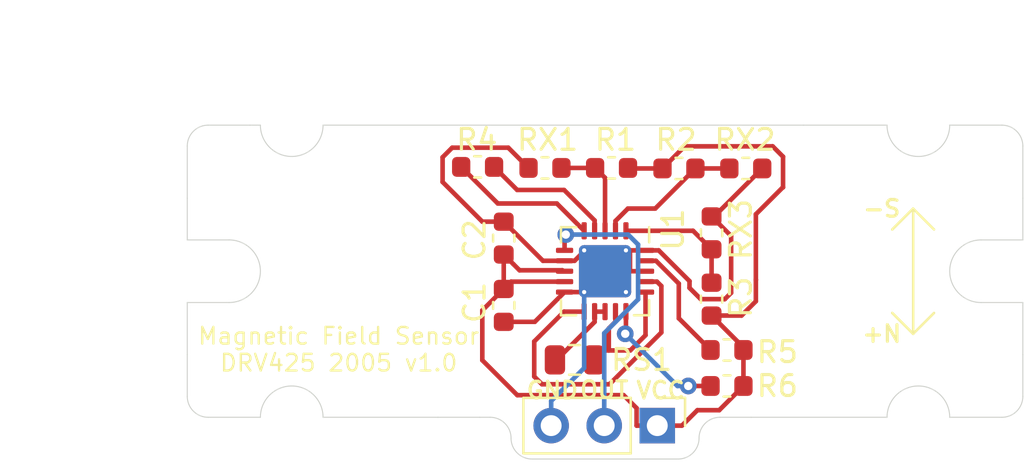
<source format=kicad_pcb>
(kicad_pcb (version 20171130) (host pcbnew "(5.1.2)-1")

  (general
    (thickness 1.6)
    (drawings 54)
    (tracks 138)
    (zones 0)
    (modules 16)
    (nets 14)
  )

  (page A4)
  (title_block
    (title "Hall Effect Sensor")
    (date 2020-03-07)
    (rev v1.0)
    (company Crescent)
  )

  (layers
    (0 F.Cu signal)
    (31 B.Cu signal)
    (32 B.Adhes user)
    (33 F.Adhes user)
    (34 B.Paste user)
    (35 F.Paste user)
    (36 B.SilkS user)
    (37 F.SilkS user)
    (38 B.Mask user)
    (39 F.Mask user)
    (40 Dwgs.User user)
    (41 Cmts.User user)
    (42 Eco1.User user)
    (43 Eco2.User user)
    (44 Edge.Cuts user)
    (45 Margin user)
    (46 B.CrtYd user)
    (47 F.CrtYd user)
    (48 B.Fab user)
    (49 F.Fab user hide)
  )

  (setup
    (last_trace_width 0.22)
    (trace_clearance 0.22)
    (zone_clearance 0.508)
    (zone_45_only no)
    (trace_min 0.2)
    (via_size 0.8)
    (via_drill 0.4)
    (via_min_size 0.4)
    (via_min_drill 0.3)
    (uvia_size 0.3)
    (uvia_drill 0.1)
    (uvias_allowed no)
    (uvia_min_size 0.2)
    (uvia_min_drill 0.1)
    (edge_width 0.05)
    (segment_width 0.2)
    (pcb_text_width 0.3)
    (pcb_text_size 1.5 1.5)
    (mod_edge_width 0.12)
    (mod_text_size 1 1)
    (mod_text_width 0.15)
    (pad_size 3.2 3.2)
    (pad_drill 3.2)
    (pad_to_mask_clearance 0.051)
    (solder_mask_min_width 0.25)
    (aux_axis_origin 0 0)
    (visible_elements 7FFFFF7F)
    (pcbplotparams
      (layerselection 0x010fc_ffffffff)
      (usegerberextensions true)
      (usegerberattributes false)
      (usegerberadvancedattributes false)
      (creategerberjobfile false)
      (excludeedgelayer true)
      (linewidth 0.100000)
      (plotframeref false)
      (viasonmask false)
      (mode 1)
      (useauxorigin false)
      (hpglpennumber 1)
      (hpglpenspeed 20)
      (hpglpendiameter 15.000000)
      (psnegative false)
      (psa4output false)
      (plotreference true)
      (plotvalue true)
      (plotinvisibletext false)
      (padsonsilk false)
      (subtractmaskfromsilk false)
      (outputformat 1)
      (mirror false)
      (drillshape 0)
      (scaleselection 1)
      (outputdirectory "GERBER/"))
  )

  (net 0 "")
  (net 1 GND)
  (net 2 VCC)
  (net 3 /VOUT)
  (net 4 /RSEL0)
  (net 5 /RSEL1)
  (net 6 /BSEL)
  (net 7 "Net-(R4-Pad2)")
  (net 8 "Net-(R4-Pad1)")
  (net 9 /ERR)
  (net 10 /OR)
  (net 11 "Net-(RS1-Pad2)")
  (net 12 "Net-(RS1-Pad1)")
  (net 13 "Net-(U1-Pad11)")

  (net_class Default "これはデフォルトのネット クラスです。"
    (clearance 0.22)
    (trace_width 0.22)
    (via_dia 0.8)
    (via_drill 0.4)
    (uvia_dia 0.3)
    (uvia_drill 0.1)
    (add_net /BSEL)
    (add_net /ERR)
    (add_net /OR)
    (add_net /RSEL0)
    (add_net /RSEL1)
    (add_net /VOUT)
    (add_net GND)
    (add_net "Net-(R4-Pad1)")
    (add_net "Net-(R4-Pad2)")
    (add_net "Net-(RS1-Pad1)")
    (add_net "Net-(RS1-Pad2)")
    (add_net "Net-(U1-Pad11)")
    (add_net VCC)
  )

  (module Package_DFN_QFN:QFN-20-1EP_4x4mm_P0.5mm_EP2.5x2.5mm_ThermalVias (layer F.Cu) (tedit 5C1FD453) (tstamp 5EC0F804)
    (at 182 82 270)
    (descr "QFN, 20 Pin (http://ww1.microchip.com/downloads/en/PackagingSpec/00000049BQ.pdf#page=274), generated with kicad-footprint-generator ipc_dfn_qfn_generator.py")
    (tags "QFN DFN_QFN")
    (path /5EC0938B)
    (attr smd)
    (fp_text reference U1 (at -2 -3.25 90) (layer F.SilkS)
      (effects (font (size 1 1) (thickness 0.15)))
    )
    (fp_text value DRV425 (at 0 3.3 90) (layer F.Fab)
      (effects (font (size 1 1) (thickness 0.15)))
    )
    (fp_text user %R (at 0 0 90) (layer F.Fab)
      (effects (font (size 1 1) (thickness 0.15)))
    )
    (fp_line (start 2.6 -2.6) (end -2.6 -2.6) (layer F.CrtYd) (width 0.05))
    (fp_line (start 2.6 2.6) (end 2.6 -2.6) (layer F.CrtYd) (width 0.05))
    (fp_line (start -2.6 2.6) (end 2.6 2.6) (layer F.CrtYd) (width 0.05))
    (fp_line (start -2.6 -2.6) (end -2.6 2.6) (layer F.CrtYd) (width 0.05))
    (fp_line (start -2 -1) (end -1 -2) (layer F.Fab) (width 0.1))
    (fp_line (start -2 2) (end -2 -1) (layer F.Fab) (width 0.1))
    (fp_line (start 2 2) (end -2 2) (layer F.Fab) (width 0.1))
    (fp_line (start 2 -2) (end 2 2) (layer F.Fab) (width 0.1))
    (fp_line (start -1 -2) (end 2 -2) (layer F.Fab) (width 0.1))
    (fp_line (start -1.385 -2.11) (end -2.11 -2.11) (layer F.SilkS) (width 0.12))
    (fp_line (start 2.11 2.11) (end 2.11 1.385) (layer F.SilkS) (width 0.12))
    (fp_line (start 1.385 2.11) (end 2.11 2.11) (layer F.SilkS) (width 0.12))
    (fp_line (start -2.11 2.11) (end -2.11 1.385) (layer F.SilkS) (width 0.12))
    (fp_line (start -1.385 2.11) (end -2.11 2.11) (layer F.SilkS) (width 0.12))
    (fp_line (start 2.11 -2.11) (end 2.11 -1.385) (layer F.SilkS) (width 0.12))
    (fp_line (start 1.385 -2.11) (end 2.11 -2.11) (layer F.SilkS) (width 0.12))
    (pad 20 smd roundrect (at -1 -1.9375 270) (size 0.25 0.825) (layers F.Cu F.Paste F.Mask) (roundrect_rratio 0.25)
      (net 1 GND))
    (pad 19 smd roundrect (at -0.5 -1.9375 270) (size 0.25 0.825) (layers F.Cu F.Paste F.Mask) (roundrect_rratio 0.25)
      (net 9 /ERR))
    (pad 18 smd roundrect (at 0 -1.9375 270) (size 0.25 0.825) (layers F.Cu F.Paste F.Mask) (roundrect_rratio 0.25)
      (net 1 GND))
    (pad 17 smd roundrect (at 0.5 -1.9375 270) (size 0.25 0.825) (layers F.Cu F.Paste F.Mask) (roundrect_rratio 0.25)
      (net 13 "Net-(U1-Pad11)"))
    (pad 16 smd roundrect (at 1 -1.9375 270) (size 0.25 0.825) (layers F.Cu F.Paste F.Mask) (roundrect_rratio 0.25)
      (net 12 "Net-(RS1-Pad1)"))
    (pad 15 smd roundrect (at 1.9375 -1 270) (size 0.825 0.25) (layers F.Cu F.Paste F.Mask) (roundrect_rratio 0.25)
      (net 10 /OR))
    (pad 14 smd roundrect (at 1.9375 -0.5 270) (size 0.825 0.25) (layers F.Cu F.Paste F.Mask) (roundrect_rratio 0.25)
      (net 12 "Net-(RS1-Pad1)"))
    (pad 13 smd roundrect (at 1.9375 0 270) (size 0.825 0.25) (layers F.Cu F.Paste F.Mask) (roundrect_rratio 0.25)
      (net 11 "Net-(RS1-Pad2)"))
    (pad 12 smd roundrect (at 1.9375 0.5 270) (size 0.825 0.25) (layers F.Cu F.Paste F.Mask) (roundrect_rratio 0.25)
      (net 11 "Net-(RS1-Pad2)"))
    (pad 11 smd roundrect (at 1.9375 1 270) (size 0.825 0.25) (layers F.Cu F.Paste F.Mask) (roundrect_rratio 0.25)
      (net 13 "Net-(U1-Pad11)"))
    (pad 10 smd roundrect (at 1 1.9375 270) (size 0.25 0.825) (layers F.Cu F.Paste F.Mask) (roundrect_rratio 0.25)
      (net 1 GND))
    (pad 9 smd roundrect (at 0.5 1.9375 270) (size 0.25 0.825) (layers F.Cu F.Paste F.Mask) (roundrect_rratio 0.25)
      (net 2 VCC))
    (pad 8 smd roundrect (at 0 1.9375 270) (size 0.25 0.825) (layers F.Cu F.Paste F.Mask) (roundrect_rratio 0.25)
      (net 2 VCC))
    (pad 7 smd roundrect (at -0.5 1.9375 270) (size 0.25 0.825) (layers F.Cu F.Paste F.Mask) (roundrect_rratio 0.25)
      (net 1 GND))
    (pad 6 smd roundrect (at -1 1.9375 270) (size 0.25 0.825) (layers F.Cu F.Paste F.Mask) (roundrect_rratio 0.25)
      (net 3 /VOUT))
    (pad 5 smd roundrect (at -1.9375 1 270) (size 0.825 0.25) (layers F.Cu F.Paste F.Mask) (roundrect_rratio 0.25)
      (net 7 "Net-(R4-Pad2)"))
    (pad 4 smd roundrect (at -1.9375 0.5 270) (size 0.825 0.25) (layers F.Cu F.Paste F.Mask) (roundrect_rratio 0.25)
      (net 8 "Net-(R4-Pad1)"))
    (pad 3 smd roundrect (at -1.9375 0 270) (size 0.825 0.25) (layers F.Cu F.Paste F.Mask) (roundrect_rratio 0.25)
      (net 4 /RSEL0))
    (pad 2 smd roundrect (at -1.9375 -0.5 270) (size 0.825 0.25) (layers F.Cu F.Paste F.Mask) (roundrect_rratio 0.25)
      (net 5 /RSEL1))
    (pad 1 smd roundrect (at -1.9375 -1 270) (size 0.825 0.25) (layers F.Cu F.Paste F.Mask) (roundrect_rratio 0.25)
      (net 6 /BSEL))
    (pad "" smd roundrect (at 0.625 0.625 270) (size 1.08 1.08) (layers F.Paste) (roundrect_rratio 0.231481))
    (pad "" smd roundrect (at 0.625 -0.625 270) (size 1.08 1.08) (layers F.Paste) (roundrect_rratio 0.231481))
    (pad "" smd roundrect (at -0.625 0.625 270) (size 1.08 1.08) (layers F.Paste) (roundrect_rratio 0.231481))
    (pad "" smd roundrect (at -0.625 -0.625 270) (size 1.08 1.08) (layers F.Paste) (roundrect_rratio 0.231481))
    (pad 21 smd roundrect (at 0 0 270) (size 2.5 2.5) (layers B.Cu) (roundrect_rratio 0.1)
      (net 1 GND))
    (pad 21 thru_hole circle (at 1 1 270) (size 0.5 0.5) (drill 0.2) (layers *.Cu)
      (net 1 GND))
    (pad 21 thru_hole circle (at -1 1 270) (size 0.5 0.5) (drill 0.2) (layers *.Cu)
      (net 1 GND))
    (pad 21 thru_hole circle (at 1 -1 270) (size 0.5 0.5) (drill 0.2) (layers *.Cu)
      (net 1 GND))
    (pad 21 thru_hole circle (at -1 -1 270) (size 0.5 0.5) (drill 0.2) (layers *.Cu)
      (net 1 GND))
    (pad 21 smd roundrect (at 0 0 270) (size 2.5 2.5) (layers F.Cu F.Mask) (roundrect_rratio 0.1)
      (net 1 GND))
    (model ${KISYS3DMOD}/Package_DFN_QFN.3dshapes/QFN-20-1EP_4x4mm_P0.5mm_EP2.5x2.5mm.wrl
      (at (xyz 0 0 0))
      (scale (xyz 1 1 1))
      (rotate (xyz 0 0 0))
    )
  )

  (module Resistor_SMD:R_0603_1608Metric (layer F.Cu) (tedit 5B301BBD) (tstamp 5EC0F7D6)
    (at 187.1 80.162 90)
    (descr "Resistor SMD 0603 (1608 Metric), square (rectangular) end terminal, IPC_7351 nominal, (Body size source: http://www.tortai-tech.com/upload/download/2011102023233369053.pdf), generated with kicad-footprint-generator")
    (tags resistor)
    (path /5EC20D78)
    (attr smd)
    (fp_text reference RX3 (at 0.162 1.4 90) (layer F.SilkS)
      (effects (font (size 1 1) (thickness 0.15)))
    )
    (fp_text value 0 (at 0 1.43 90) (layer F.Fab)
      (effects (font (size 1 1) (thickness 0.15)))
    )
    (fp_text user %R (at 0 0 90) (layer F.Fab)
      (effects (font (size 0.4 0.4) (thickness 0.06)))
    )
    (fp_line (start 1.48 0.73) (end -1.48 0.73) (layer F.CrtYd) (width 0.05))
    (fp_line (start 1.48 -0.73) (end 1.48 0.73) (layer F.CrtYd) (width 0.05))
    (fp_line (start -1.48 -0.73) (end 1.48 -0.73) (layer F.CrtYd) (width 0.05))
    (fp_line (start -1.48 0.73) (end -1.48 -0.73) (layer F.CrtYd) (width 0.05))
    (fp_line (start -0.162779 0.51) (end 0.162779 0.51) (layer F.SilkS) (width 0.12))
    (fp_line (start -0.162779 -0.51) (end 0.162779 -0.51) (layer F.SilkS) (width 0.12))
    (fp_line (start 0.8 0.4) (end -0.8 0.4) (layer F.Fab) (width 0.1))
    (fp_line (start 0.8 -0.4) (end 0.8 0.4) (layer F.Fab) (width 0.1))
    (fp_line (start -0.8 -0.4) (end 0.8 -0.4) (layer F.Fab) (width 0.1))
    (fp_line (start -0.8 0.4) (end -0.8 -0.4) (layer F.Fab) (width 0.1))
    (pad 2 smd roundrect (at 0.7875 0 90) (size 0.875 0.95) (layers F.Cu F.Paste F.Mask) (roundrect_rratio 0.25)
      (net 1 GND))
    (pad 1 smd roundrect (at -0.7875 0 90) (size 0.875 0.95) (layers F.Cu F.Paste F.Mask) (roundrect_rratio 0.25)
      (net 6 /BSEL))
    (model ${KISYS3DMOD}/Resistor_SMD.3dshapes/R_0603_1608Metric.wrl
      (at (xyz 0 0 0))
      (scale (xyz 1 1 1))
      (rotate (xyz 0 0 0))
    )
  )

  (module Resistor_SMD:R_0603_1608Metric (layer F.Cu) (tedit 5B301BBD) (tstamp 5EC0F7C5)
    (at 188.738 77.075)
    (descr "Resistor SMD 0603 (1608 Metric), square (rectangular) end terminal, IPC_7351 nominal, (Body size source: http://www.tortai-tech.com/upload/download/2011102023233369053.pdf), generated with kicad-footprint-generator")
    (tags resistor)
    (path /5EC0C132)
    (attr smd)
    (fp_text reference RX2 (at -0.0375 -1.375) (layer F.SilkS)
      (effects (font (size 1 1) (thickness 0.15)))
    )
    (fp_text value 0 (at 0 1.43) (layer F.Fab)
      (effects (font (size 1 1) (thickness 0.15)))
    )
    (fp_text user %R (at 0 0) (layer F.Fab)
      (effects (font (size 0.4 0.4) (thickness 0.06)))
    )
    (fp_line (start 1.48 0.73) (end -1.48 0.73) (layer F.CrtYd) (width 0.05))
    (fp_line (start 1.48 -0.73) (end 1.48 0.73) (layer F.CrtYd) (width 0.05))
    (fp_line (start -1.48 -0.73) (end 1.48 -0.73) (layer F.CrtYd) (width 0.05))
    (fp_line (start -1.48 0.73) (end -1.48 -0.73) (layer F.CrtYd) (width 0.05))
    (fp_line (start -0.162779 0.51) (end 0.162779 0.51) (layer F.SilkS) (width 0.12))
    (fp_line (start -0.162779 -0.51) (end 0.162779 -0.51) (layer F.SilkS) (width 0.12))
    (fp_line (start 0.8 0.4) (end -0.8 0.4) (layer F.Fab) (width 0.1))
    (fp_line (start 0.8 -0.4) (end 0.8 0.4) (layer F.Fab) (width 0.1))
    (fp_line (start -0.8 -0.4) (end 0.8 -0.4) (layer F.Fab) (width 0.1))
    (fp_line (start -0.8 0.4) (end -0.8 -0.4) (layer F.Fab) (width 0.1))
    (pad 2 smd roundrect (at 0.7875 0) (size 0.875 0.95) (layers F.Cu F.Paste F.Mask) (roundrect_rratio 0.25)
      (net 1 GND))
    (pad 1 smd roundrect (at -0.7875 0) (size 0.875 0.95) (layers F.Cu F.Paste F.Mask) (roundrect_rratio 0.25)
      (net 5 /RSEL1))
    (model ${KISYS3DMOD}/Resistor_SMD.3dshapes/R_0603_1608Metric.wrl
      (at (xyz 0 0 0))
      (scale (xyz 1 1 1))
      (rotate (xyz 0 0 0))
    )
  )

  (module Resistor_SMD:R_0603_1608Metric (layer F.Cu) (tedit 5B301BBD) (tstamp 5EC0F7B4)
    (at 179.125 77.05 180)
    (descr "Resistor SMD 0603 (1608 Metric), square (rectangular) end terminal, IPC_7351 nominal, (Body size source: http://www.tortai-tech.com/upload/download/2011102023233369053.pdf), generated with kicad-footprint-generator")
    (tags resistor)
    (path /5EC0C12C)
    (attr smd)
    (fp_text reference RX1 (at -0.125 1.35) (layer F.SilkS)
      (effects (font (size 1 1) (thickness 0.15)))
    )
    (fp_text value 0 (at 0 1.43) (layer F.Fab)
      (effects (font (size 1 1) (thickness 0.15)))
    )
    (fp_text user %R (at 0 0) (layer F.Fab)
      (effects (font (size 0.4 0.4) (thickness 0.06)))
    )
    (fp_line (start 1.48 0.73) (end -1.48 0.73) (layer F.CrtYd) (width 0.05))
    (fp_line (start 1.48 -0.73) (end 1.48 0.73) (layer F.CrtYd) (width 0.05))
    (fp_line (start -1.48 -0.73) (end 1.48 -0.73) (layer F.CrtYd) (width 0.05))
    (fp_line (start -1.48 0.73) (end -1.48 -0.73) (layer F.CrtYd) (width 0.05))
    (fp_line (start -0.162779 0.51) (end 0.162779 0.51) (layer F.SilkS) (width 0.12))
    (fp_line (start -0.162779 -0.51) (end 0.162779 -0.51) (layer F.SilkS) (width 0.12))
    (fp_line (start 0.8 0.4) (end -0.8 0.4) (layer F.Fab) (width 0.1))
    (fp_line (start 0.8 -0.4) (end 0.8 0.4) (layer F.Fab) (width 0.1))
    (fp_line (start -0.8 -0.4) (end 0.8 -0.4) (layer F.Fab) (width 0.1))
    (fp_line (start -0.8 0.4) (end -0.8 -0.4) (layer F.Fab) (width 0.1))
    (pad 2 smd roundrect (at 0.7875 0 180) (size 0.875 0.95) (layers F.Cu F.Paste F.Mask) (roundrect_rratio 0.25)
      (net 1 GND))
    (pad 1 smd roundrect (at -0.7875 0 180) (size 0.875 0.95) (layers F.Cu F.Paste F.Mask) (roundrect_rratio 0.25)
      (net 4 /RSEL0))
    (model ${KISYS3DMOD}/Resistor_SMD.3dshapes/R_0603_1608Metric.wrl
      (at (xyz 0 0 0))
      (scale (xyz 1 1 1))
      (rotate (xyz 0 0 0))
    )
  )

  (module Resistor_SMD:R_0805_2012Metric (layer F.Cu) (tedit 5B36C52B) (tstamp 5EC0F7A3)
    (at 180.538 86.25 180)
    (descr "Resistor SMD 0805 (2012 Metric), square (rectangular) end terminal, IPC_7351 nominal, (Body size source: https://docs.google.com/spreadsheets/d/1BsfQQcO9C6DZCsRaXUlFlo91Tg2WpOkGARC1WS5S8t0/edit?usp=sharing), generated with kicad-footprint-generator")
    (tags resistor)
    (path /5EC3F321)
    (attr smd)
    (fp_text reference RS1 (at -3.2125 0) (layer F.SilkS)
      (effects (font (size 1 1) (thickness 0.15)))
    )
    (fp_text value 32 (at 0 1.65) (layer F.Fab)
      (effects (font (size 1 1) (thickness 0.15)))
    )
    (fp_text user %R (at 0 0) (layer F.Fab)
      (effects (font (size 0.5 0.5) (thickness 0.08)))
    )
    (fp_line (start 1.68 0.95) (end -1.68 0.95) (layer F.CrtYd) (width 0.05))
    (fp_line (start 1.68 -0.95) (end 1.68 0.95) (layer F.CrtYd) (width 0.05))
    (fp_line (start -1.68 -0.95) (end 1.68 -0.95) (layer F.CrtYd) (width 0.05))
    (fp_line (start -1.68 0.95) (end -1.68 -0.95) (layer F.CrtYd) (width 0.05))
    (fp_line (start -0.258578 0.71) (end 0.258578 0.71) (layer F.SilkS) (width 0.12))
    (fp_line (start -0.258578 -0.71) (end 0.258578 -0.71) (layer F.SilkS) (width 0.12))
    (fp_line (start 1 0.6) (end -1 0.6) (layer F.Fab) (width 0.1))
    (fp_line (start 1 -0.6) (end 1 0.6) (layer F.Fab) (width 0.1))
    (fp_line (start -1 -0.6) (end 1 -0.6) (layer F.Fab) (width 0.1))
    (fp_line (start -1 0.6) (end -1 -0.6) (layer F.Fab) (width 0.1))
    (pad 2 smd roundrect (at 0.9375 0 180) (size 0.975 1.4) (layers F.Cu F.Paste F.Mask) (roundrect_rratio 0.25)
      (net 11 "Net-(RS1-Pad2)"))
    (pad 1 smd roundrect (at -0.9375 0 180) (size 0.975 1.4) (layers F.Cu F.Paste F.Mask) (roundrect_rratio 0.25)
      (net 12 "Net-(RS1-Pad1)"))
    (model ${KISYS3DMOD}/Resistor_SMD.3dshapes/R_0805_2012Metric.wrl
      (at (xyz 0 0 0))
      (scale (xyz 1 1 1))
      (rotate (xyz 0 0 0))
    )
  )

  (module Resistor_SMD:R_0603_1608Metric (layer F.Cu) (tedit 5B301BBD) (tstamp 5EC0F792)
    (at 187.838 87.5 180)
    (descr "Resistor SMD 0603 (1608 Metric), square (rectangular) end terminal, IPC_7351 nominal, (Body size source: http://www.tortai-tech.com/upload/download/2011102023233369053.pdf), generated with kicad-footprint-generator")
    (tags resistor)
    (path /5EC4DDD6)
    (attr smd)
    (fp_text reference R6 (at -2.4125 0) (layer F.SilkS)
      (effects (font (size 1 1) (thickness 0.15)))
    )
    (fp_text value 10k (at 0 1.43) (layer F.Fab)
      (effects (font (size 1 1) (thickness 0.15)))
    )
    (fp_text user %R (at 0 0) (layer F.Fab)
      (effects (font (size 0.4 0.4) (thickness 0.06)))
    )
    (fp_line (start 1.48 0.73) (end -1.48 0.73) (layer F.CrtYd) (width 0.05))
    (fp_line (start 1.48 -0.73) (end 1.48 0.73) (layer F.CrtYd) (width 0.05))
    (fp_line (start -1.48 -0.73) (end 1.48 -0.73) (layer F.CrtYd) (width 0.05))
    (fp_line (start -1.48 0.73) (end -1.48 -0.73) (layer F.CrtYd) (width 0.05))
    (fp_line (start -0.162779 0.51) (end 0.162779 0.51) (layer F.SilkS) (width 0.12))
    (fp_line (start -0.162779 -0.51) (end 0.162779 -0.51) (layer F.SilkS) (width 0.12))
    (fp_line (start 0.8 0.4) (end -0.8 0.4) (layer F.Fab) (width 0.1))
    (fp_line (start 0.8 -0.4) (end 0.8 0.4) (layer F.Fab) (width 0.1))
    (fp_line (start -0.8 -0.4) (end 0.8 -0.4) (layer F.Fab) (width 0.1))
    (fp_line (start -0.8 0.4) (end -0.8 -0.4) (layer F.Fab) (width 0.1))
    (pad 2 smd roundrect (at 0.7875 0 180) (size 0.875 0.95) (layers F.Cu F.Paste F.Mask) (roundrect_rratio 0.25)
      (net 10 /OR))
    (pad 1 smd roundrect (at -0.7875 0 180) (size 0.875 0.95) (layers F.Cu F.Paste F.Mask) (roundrect_rratio 0.25)
      (net 2 VCC))
    (model ${KISYS3DMOD}/Resistor_SMD.3dshapes/R_0603_1608Metric.wrl
      (at (xyz 0 0 0))
      (scale (xyz 1 1 1))
      (rotate (xyz 0 0 0))
    )
  )

  (module Resistor_SMD:R_0603_1608Metric (layer F.Cu) (tedit 5B301BBD) (tstamp 5EC0F781)
    (at 187.838 85.775 180)
    (descr "Resistor SMD 0603 (1608 Metric), square (rectangular) end terminal, IPC_7351 nominal, (Body size source: http://www.tortai-tech.com/upload/download/2011102023233369053.pdf), generated with kicad-footprint-generator")
    (tags resistor)
    (path /5EC4DDD0)
    (attr smd)
    (fp_text reference R5 (at -2.4125 -0.1) (layer F.SilkS)
      (effects (font (size 1 1) (thickness 0.15)))
    )
    (fp_text value 10k (at 0 1.43) (layer F.Fab)
      (effects (font (size 1 1) (thickness 0.15)))
    )
    (fp_text user %R (at 0 0) (layer F.Fab)
      (effects (font (size 0.4 0.4) (thickness 0.06)))
    )
    (fp_line (start 1.48 0.73) (end -1.48 0.73) (layer F.CrtYd) (width 0.05))
    (fp_line (start 1.48 -0.73) (end 1.48 0.73) (layer F.CrtYd) (width 0.05))
    (fp_line (start -1.48 -0.73) (end 1.48 -0.73) (layer F.CrtYd) (width 0.05))
    (fp_line (start -1.48 0.73) (end -1.48 -0.73) (layer F.CrtYd) (width 0.05))
    (fp_line (start -0.162779 0.51) (end 0.162779 0.51) (layer F.SilkS) (width 0.12))
    (fp_line (start -0.162779 -0.51) (end 0.162779 -0.51) (layer F.SilkS) (width 0.12))
    (fp_line (start 0.8 0.4) (end -0.8 0.4) (layer F.Fab) (width 0.1))
    (fp_line (start 0.8 -0.4) (end 0.8 0.4) (layer F.Fab) (width 0.1))
    (fp_line (start -0.8 -0.4) (end 0.8 -0.4) (layer F.Fab) (width 0.1))
    (fp_line (start -0.8 0.4) (end -0.8 -0.4) (layer F.Fab) (width 0.1))
    (pad 2 smd roundrect (at 0.7875 0 180) (size 0.875 0.95) (layers F.Cu F.Paste F.Mask) (roundrect_rratio 0.25)
      (net 9 /ERR))
    (pad 1 smd roundrect (at -0.7875 0 180) (size 0.875 0.95) (layers F.Cu F.Paste F.Mask) (roundrect_rratio 0.25)
      (net 2 VCC))
    (model ${KISYS3DMOD}/Resistor_SMD.3dshapes/R_0603_1608Metric.wrl
      (at (xyz 0 0 0))
      (scale (xyz 1 1 1))
      (rotate (xyz 0 0 0))
    )
  )

  (module Resistor_SMD:R_0603_1608Metric (layer F.Cu) (tedit 5B301BBD) (tstamp 5EC0F770)
    (at 175.9 77 180)
    (descr "Resistor SMD 0603 (1608 Metric), square (rectangular) end terminal, IPC_7351 nominal, (Body size source: http://www.tortai-tech.com/upload/download/2011102023233369053.pdf), generated with kicad-footprint-generator")
    (tags resistor)
    (path /5EC2216B)
    (attr smd)
    (fp_text reference R4 (at 0.0375 1.3) (layer F.SilkS)
      (effects (font (size 1 1) (thickness 0.15)))
    )
    (fp_text value 0 (at 0 1.43) (layer F.Fab)
      (effects (font (size 1 1) (thickness 0.15)))
    )
    (fp_text user %R (at 0 0) (layer F.Fab)
      (effects (font (size 0.4 0.4) (thickness 0.06)))
    )
    (fp_line (start 1.48 0.73) (end -1.48 0.73) (layer F.CrtYd) (width 0.05))
    (fp_line (start 1.48 -0.73) (end 1.48 0.73) (layer F.CrtYd) (width 0.05))
    (fp_line (start -1.48 -0.73) (end 1.48 -0.73) (layer F.CrtYd) (width 0.05))
    (fp_line (start -1.48 0.73) (end -1.48 -0.73) (layer F.CrtYd) (width 0.05))
    (fp_line (start -0.162779 0.51) (end 0.162779 0.51) (layer F.SilkS) (width 0.12))
    (fp_line (start -0.162779 -0.51) (end 0.162779 -0.51) (layer F.SilkS) (width 0.12))
    (fp_line (start 0.8 0.4) (end -0.8 0.4) (layer F.Fab) (width 0.1))
    (fp_line (start 0.8 -0.4) (end 0.8 0.4) (layer F.Fab) (width 0.1))
    (fp_line (start -0.8 -0.4) (end 0.8 -0.4) (layer F.Fab) (width 0.1))
    (fp_line (start -0.8 0.4) (end -0.8 -0.4) (layer F.Fab) (width 0.1))
    (pad 2 smd roundrect (at 0.7875 0 180) (size 0.875 0.95) (layers F.Cu F.Paste F.Mask) (roundrect_rratio 0.25)
      (net 7 "Net-(R4-Pad2)"))
    (pad 1 smd roundrect (at -0.7875 0 180) (size 0.875 0.95) (layers F.Cu F.Paste F.Mask) (roundrect_rratio 0.25)
      (net 8 "Net-(R4-Pad1)"))
    (model ${KISYS3DMOD}/Resistor_SMD.3dshapes/R_0603_1608Metric.wrl
      (at (xyz 0 0 0))
      (scale (xyz 1 1 1))
      (rotate (xyz 0 0 0))
    )
  )

  (module Resistor_SMD:R_0603_1608Metric (layer F.Cu) (tedit 5B301BBD) (tstamp 5EC0F75F)
    (at 187.1 83.338 90)
    (descr "Resistor SMD 0603 (1608 Metric), square (rectangular) end terminal, IPC_7351 nominal, (Body size source: http://www.tortai-tech.com/upload/download/2011102023233369053.pdf), generated with kicad-footprint-generator")
    (tags resistor)
    (path /5EC20D72)
    (attr smd)
    (fp_text reference R3 (at 0.088 1.4 270) (layer F.SilkS)
      (effects (font (size 1 1) (thickness 0.15)))
    )
    (fp_text value 0 (at 0 1.43 90) (layer F.Fab)
      (effects (font (size 1 1) (thickness 0.15)))
    )
    (fp_text user %R (at 0 0 90) (layer F.Fab)
      (effects (font (size 0.4 0.4) (thickness 0.06)))
    )
    (fp_line (start 1.48 0.73) (end -1.48 0.73) (layer F.CrtYd) (width 0.05))
    (fp_line (start 1.48 -0.73) (end 1.48 0.73) (layer F.CrtYd) (width 0.05))
    (fp_line (start -1.48 -0.73) (end 1.48 -0.73) (layer F.CrtYd) (width 0.05))
    (fp_line (start -1.48 0.73) (end -1.48 -0.73) (layer F.CrtYd) (width 0.05))
    (fp_line (start -0.162779 0.51) (end 0.162779 0.51) (layer F.SilkS) (width 0.12))
    (fp_line (start -0.162779 -0.51) (end 0.162779 -0.51) (layer F.SilkS) (width 0.12))
    (fp_line (start 0.8 0.4) (end -0.8 0.4) (layer F.Fab) (width 0.1))
    (fp_line (start 0.8 -0.4) (end 0.8 0.4) (layer F.Fab) (width 0.1))
    (fp_line (start -0.8 -0.4) (end 0.8 -0.4) (layer F.Fab) (width 0.1))
    (fp_line (start -0.8 0.4) (end -0.8 -0.4) (layer F.Fab) (width 0.1))
    (pad 2 smd roundrect (at 0.7875 0 90) (size 0.875 0.95) (layers F.Cu F.Paste F.Mask) (roundrect_rratio 0.25)
      (net 6 /BSEL))
    (pad 1 smd roundrect (at -0.7875 0 90) (size 0.875 0.95) (layers F.Cu F.Paste F.Mask) (roundrect_rratio 0.25)
      (net 2 VCC))
    (model ${KISYS3DMOD}/Resistor_SMD.3dshapes/R_0603_1608Metric.wrl
      (at (xyz 0 0 0))
      (scale (xyz 1 1 1))
      (rotate (xyz 0 0 0))
    )
  )

  (module Resistor_SMD:R_0603_1608Metric (layer F.Cu) (tedit 5B301BBD) (tstamp 5EC10C38)
    (at 185.538 77.075)
    (descr "Resistor SMD 0603 (1608 Metric), square (rectangular) end terminal, IPC_7351 nominal, (Body size source: http://www.tortai-tech.com/upload/download/2011102023233369053.pdf), generated with kicad-footprint-generator")
    (tags resistor)
    (path /5EC0B65D)
    (attr smd)
    (fp_text reference R2 (at -0.1375 -1.375) (layer F.SilkS)
      (effects (font (size 1 1) (thickness 0.15)))
    )
    (fp_text value 0 (at 0 1.43) (layer F.Fab)
      (effects (font (size 1 1) (thickness 0.15)))
    )
    (fp_text user %R (at 0 0) (layer F.Fab)
      (effects (font (size 0.4 0.4) (thickness 0.06)))
    )
    (fp_line (start 1.48 0.73) (end -1.48 0.73) (layer F.CrtYd) (width 0.05))
    (fp_line (start 1.48 -0.73) (end 1.48 0.73) (layer F.CrtYd) (width 0.05))
    (fp_line (start -1.48 -0.73) (end 1.48 -0.73) (layer F.CrtYd) (width 0.05))
    (fp_line (start -1.48 0.73) (end -1.48 -0.73) (layer F.CrtYd) (width 0.05))
    (fp_line (start -0.162779 0.51) (end 0.162779 0.51) (layer F.SilkS) (width 0.12))
    (fp_line (start -0.162779 -0.51) (end 0.162779 -0.51) (layer F.SilkS) (width 0.12))
    (fp_line (start 0.8 0.4) (end -0.8 0.4) (layer F.Fab) (width 0.1))
    (fp_line (start 0.8 -0.4) (end 0.8 0.4) (layer F.Fab) (width 0.1))
    (fp_line (start -0.8 -0.4) (end 0.8 -0.4) (layer F.Fab) (width 0.1))
    (fp_line (start -0.8 0.4) (end -0.8 -0.4) (layer F.Fab) (width 0.1))
    (pad 2 smd roundrect (at 0.7875 0) (size 0.875 0.95) (layers F.Cu F.Paste F.Mask) (roundrect_rratio 0.25)
      (net 5 /RSEL1))
    (pad 1 smd roundrect (at -0.7875 0) (size 0.875 0.95) (layers F.Cu F.Paste F.Mask) (roundrect_rratio 0.25)
      (net 2 VCC))
    (model ${KISYS3DMOD}/Resistor_SMD.3dshapes/R_0603_1608Metric.wrl
      (at (xyz 0 0 0))
      (scale (xyz 1 1 1))
      (rotate (xyz 0 0 0))
    )
  )

  (module Resistor_SMD:R_0603_1608Metric (layer F.Cu) (tedit 5B301BBD) (tstamp 5EC0C9D6)
    (at 182.312 77.05 180)
    (descr "Resistor SMD 0603 (1608 Metric), square (rectangular) end terminal, IPC_7351 nominal, (Body size source: http://www.tortai-tech.com/upload/download/2011102023233369053.pdf), generated with kicad-footprint-generator")
    (tags resistor)
    (path /5EC0A16D)
    (attr smd)
    (fp_text reference R1 (at -0.1875 1.35) (layer F.SilkS)
      (effects (font (size 1 1) (thickness 0.15)))
    )
    (fp_text value 0 (at 0 1.43) (layer F.Fab)
      (effects (font (size 1 1) (thickness 0.15)))
    )
    (fp_text user %R (at 0 0) (layer F.Fab)
      (effects (font (size 0.4 0.4) (thickness 0.06)))
    )
    (fp_line (start 1.48 0.73) (end -1.48 0.73) (layer F.CrtYd) (width 0.05))
    (fp_line (start 1.48 -0.73) (end 1.48 0.73) (layer F.CrtYd) (width 0.05))
    (fp_line (start -1.48 -0.73) (end 1.48 -0.73) (layer F.CrtYd) (width 0.05))
    (fp_line (start -1.48 0.73) (end -1.48 -0.73) (layer F.CrtYd) (width 0.05))
    (fp_line (start -0.162779 0.51) (end 0.162779 0.51) (layer F.SilkS) (width 0.12))
    (fp_line (start -0.162779 -0.51) (end 0.162779 -0.51) (layer F.SilkS) (width 0.12))
    (fp_line (start 0.8 0.4) (end -0.8 0.4) (layer F.Fab) (width 0.1))
    (fp_line (start 0.8 -0.4) (end 0.8 0.4) (layer F.Fab) (width 0.1))
    (fp_line (start -0.8 -0.4) (end 0.8 -0.4) (layer F.Fab) (width 0.1))
    (fp_line (start -0.8 0.4) (end -0.8 -0.4) (layer F.Fab) (width 0.1))
    (pad 2 smd roundrect (at 0.7875 0 180) (size 0.875 0.95) (layers F.Cu F.Paste F.Mask) (roundrect_rratio 0.25)
      (net 4 /RSEL0))
    (pad 1 smd roundrect (at -0.7875 0 180) (size 0.875 0.95) (layers F.Cu F.Paste F.Mask) (roundrect_rratio 0.25)
      (net 2 VCC))
    (model ${KISYS3DMOD}/Resistor_SMD.3dshapes/R_0603_1608Metric.wrl
      (at (xyz 0 0 0))
      (scale (xyz 1 1 1))
      (rotate (xyz 0 0 0))
    )
  )

  (module Capacitor_SMD:C_0603_1608Metric (layer F.Cu) (tedit 5B301BBE) (tstamp 5EC0F6E4)
    (at 177.15 80.412 90)
    (descr "Capacitor SMD 0603 (1608 Metric), square (rectangular) end terminal, IPC_7351 nominal, (Body size source: http://www.tortai-tech.com/upload/download/2011102023233369053.pdf), generated with kicad-footprint-generator")
    (tags capacitor)
    (path /5EC2B2F6)
    (attr smd)
    (fp_text reference C2 (at -0.088 -1.4 90) (layer F.SilkS)
      (effects (font (size 1 1) (thickness 0.15)))
    )
    (fp_text value 0.1u (at 0 1.43 90) (layer F.Fab)
      (effects (font (size 1 1) (thickness 0.15)))
    )
    (fp_text user %R (at 0 0 90) (layer F.Fab)
      (effects (font (size 0.4 0.4) (thickness 0.06)))
    )
    (fp_line (start 1.48 0.73) (end -1.48 0.73) (layer F.CrtYd) (width 0.05))
    (fp_line (start 1.48 -0.73) (end 1.48 0.73) (layer F.CrtYd) (width 0.05))
    (fp_line (start -1.48 -0.73) (end 1.48 -0.73) (layer F.CrtYd) (width 0.05))
    (fp_line (start -1.48 0.73) (end -1.48 -0.73) (layer F.CrtYd) (width 0.05))
    (fp_line (start -0.162779 0.51) (end 0.162779 0.51) (layer F.SilkS) (width 0.12))
    (fp_line (start -0.162779 -0.51) (end 0.162779 -0.51) (layer F.SilkS) (width 0.12))
    (fp_line (start 0.8 0.4) (end -0.8 0.4) (layer F.Fab) (width 0.1))
    (fp_line (start 0.8 -0.4) (end 0.8 0.4) (layer F.Fab) (width 0.1))
    (fp_line (start -0.8 -0.4) (end 0.8 -0.4) (layer F.Fab) (width 0.1))
    (fp_line (start -0.8 0.4) (end -0.8 -0.4) (layer F.Fab) (width 0.1))
    (pad 2 smd roundrect (at 0.7875 0 90) (size 0.875 0.95) (layers F.Cu F.Paste F.Mask) (roundrect_rratio 0.25)
      (net 1 GND))
    (pad 1 smd roundrect (at -0.7875 0 90) (size 0.875 0.95) (layers F.Cu F.Paste F.Mask) (roundrect_rratio 0.25)
      (net 2 VCC))
    (model ${KISYS3DMOD}/Capacitor_SMD.3dshapes/C_0603_1608Metric.wrl
      (at (xyz 0 0 0))
      (scale (xyz 1 1 1))
      (rotate (xyz 0 0 0))
    )
  )

  (module Capacitor_SMD:C_0603_1608Metric (layer F.Cu) (tedit 5B301BBE) (tstamp 5EC0F6D3)
    (at 177.15 83.638 270)
    (descr "Capacitor SMD 0603 (1608 Metric), square (rectangular) end terminal, IPC_7351 nominal, (Body size source: http://www.tortai-tech.com/upload/download/2011102023233369053.pdf), generated with kicad-footprint-generator")
    (tags capacitor)
    (path /5EC29D52)
    (attr smd)
    (fp_text reference C1 (at -0.138 1.4 90) (layer F.SilkS)
      (effects (font (size 1 1) (thickness 0.15)))
    )
    (fp_text value 0.1u (at 0 1.43 90) (layer F.Fab)
      (effects (font (size 1 1) (thickness 0.15)))
    )
    (fp_text user %R (at 0 0 90) (layer F.Fab)
      (effects (font (size 0.4 0.4) (thickness 0.06)))
    )
    (fp_line (start 1.48 0.73) (end -1.48 0.73) (layer F.CrtYd) (width 0.05))
    (fp_line (start 1.48 -0.73) (end 1.48 0.73) (layer F.CrtYd) (width 0.05))
    (fp_line (start -1.48 -0.73) (end 1.48 -0.73) (layer F.CrtYd) (width 0.05))
    (fp_line (start -1.48 0.73) (end -1.48 -0.73) (layer F.CrtYd) (width 0.05))
    (fp_line (start -0.162779 0.51) (end 0.162779 0.51) (layer F.SilkS) (width 0.12))
    (fp_line (start -0.162779 -0.51) (end 0.162779 -0.51) (layer F.SilkS) (width 0.12))
    (fp_line (start 0.8 0.4) (end -0.8 0.4) (layer F.Fab) (width 0.1))
    (fp_line (start 0.8 -0.4) (end 0.8 0.4) (layer F.Fab) (width 0.1))
    (fp_line (start -0.8 -0.4) (end 0.8 -0.4) (layer F.Fab) (width 0.1))
    (fp_line (start -0.8 0.4) (end -0.8 -0.4) (layer F.Fab) (width 0.1))
    (pad 2 smd roundrect (at 0.7875 0 270) (size 0.875 0.95) (layers F.Cu F.Paste F.Mask) (roundrect_rratio 0.25)
      (net 1 GND))
    (pad 1 smd roundrect (at -0.7875 0 270) (size 0.875 0.95) (layers F.Cu F.Paste F.Mask) (roundrect_rratio 0.25)
      (net 2 VCC))
    (model ${KISYS3DMOD}/Capacitor_SMD.3dshapes/C_0603_1608Metric.wrl
      (at (xyz 0 0 0))
      (scale (xyz 1 1 1))
      (rotate (xyz 0 0 0))
    )
  )

  (module Connector_PinHeader_2.54mm:PinHeader_1x03_P2.54mm_Vertical (layer F.Cu) (tedit 59FED5CC) (tstamp 5EC112EA)
    (at 184.5 89.4 270)
    (descr "Through hole straight pin header, 1x03, 2.54mm pitch, single row")
    (tags "Through hole pin header THT 1x03 2.54mm single row")
    (path /5E569DF3)
    (fp_text reference J1 (at 1 -3.5 90) (layer F.SilkS) hide
      (effects (font (size 1 1) (thickness 0.15)))
    )
    (fp_text value Conn_01x03 (at 0 7.41 90) (layer F.Fab)
      (effects (font (size 1 1) (thickness 0.15)))
    )
    (fp_text user %R (at 0 2.54) (layer F.Fab)
      (effects (font (size 1 1) (thickness 0.15)))
    )
    (fp_line (start 1.8 -1.8) (end -1.8 -1.8) (layer F.CrtYd) (width 0.05))
    (fp_line (start 1.8 6.85) (end 1.8 -1.8) (layer F.CrtYd) (width 0.05))
    (fp_line (start -1.8 6.85) (end 1.8 6.85) (layer F.CrtYd) (width 0.05))
    (fp_line (start -1.8 -1.8) (end -1.8 6.85) (layer F.CrtYd) (width 0.05))
    (fp_line (start -1.33 -1.33) (end 0 -1.33) (layer F.SilkS) (width 0.12))
    (fp_line (start -1.33 0) (end -1.33 -1.33) (layer F.SilkS) (width 0.12))
    (fp_line (start -1.33 1.27) (end 1.33 1.27) (layer F.SilkS) (width 0.12))
    (fp_line (start 1.33 1.27) (end 1.33 6.41) (layer F.SilkS) (width 0.12))
    (fp_line (start -1.33 1.27) (end -1.33 6.41) (layer F.SilkS) (width 0.12))
    (fp_line (start -1.33 6.41) (end 1.33 6.41) (layer F.SilkS) (width 0.12))
    (fp_line (start -1.27 -0.635) (end -0.635 -1.27) (layer F.Fab) (width 0.1))
    (fp_line (start -1.27 6.35) (end -1.27 -0.635) (layer F.Fab) (width 0.1))
    (fp_line (start 1.27 6.35) (end -1.27 6.35) (layer F.Fab) (width 0.1))
    (fp_line (start 1.27 -1.27) (end 1.27 6.35) (layer F.Fab) (width 0.1))
    (fp_line (start -0.635 -1.27) (end 1.27 -1.27) (layer F.Fab) (width 0.1))
    (pad 3 thru_hole oval (at 0 5.08 270) (size 1.7 1.7) (drill 1) (layers *.Cu *.Mask)
      (net 1 GND))
    (pad 2 thru_hole oval (at 0 2.54 270) (size 1.7 1.7) (drill 1) (layers *.Cu *.Mask)
      (net 3 /VOUT))
    (pad 1 thru_hole rect (at 0 0 270) (size 1.7 1.7) (drill 1) (layers *.Cu *.Mask)
      (net 2 VCC))
    (model ${KISYS3DMOD}/Connector_PinHeader_2.54mm.3dshapes/PinHeader_1x03_P2.54mm_Vertical.wrl
      (at (xyz 0 0 0))
      (scale (xyz 1 1 1))
      (rotate (xyz 0 0 0))
    )
  )

  (module MountingHole:MountingHole_3.2mm_M3 (layer F.Cu) (tedit 5E57BABD) (tstamp 5E56DA1B)
    (at 171 82)
    (descr "Mounting Hole 3.2mm, no annular, M3")
    (tags "mounting hole 3.2mm no annular m3")
    (path /5E5780F5)
    (attr virtual)
    (fp_text reference H1 (at 0 -5.8) (layer F.SilkS) hide
      (effects (font (size 1 1) (thickness 0.15)))
    )
    (fp_text value MountingHole (at 0 4.2) (layer F.Fab)
      (effects (font (size 1 1) (thickness 0.15)))
    )
    (fp_text user %R (at 0.3 0) (layer F.Fab)
      (effects (font (size 1 1) (thickness 0.15)))
    )
    (fp_circle (center 0 0) (end 3.2 0) (layer Cmts.User) (width 0.15))
    (fp_circle (center 0 0) (end 3.45 0) (layer F.CrtYd) (width 0.05))
    (pad "" np_thru_hole circle (at 0 0) (size 3.2 3.2) (drill 3.2) (layers *.Cu))
  )

  (module MountingHole:MountingHole_3.2mm_M3 (layer F.Cu) (tedit 5E57BAB9) (tstamp 5E56DA23)
    (at 193 82)
    (descr "Mounting Hole 3.2mm, no annular, M3")
    (tags "mounting hole 3.2mm no annular m3")
    (path /5E5784A4)
    (attr virtual)
    (fp_text reference H2 (at 0 -5.9) (layer F.SilkS) hide
      (effects (font (size 1 1) (thickness 0.15)))
    )
    (fp_text value MountingHole (at 0 4.2) (layer F.Fab)
      (effects (font (size 1 1) (thickness 0.15)))
    )
    (fp_circle (center 0 0) (end 3.45 0) (layer F.CrtYd) (width 0.05))
    (fp_circle (center 0 0) (end 3.2 0) (layer Cmts.User) (width 0.15))
    (fp_text user %R (at 0.3 0) (layer F.Fab)
      (effects (font (size 1 1) (thickness 0.15)))
    )
    (pad "" np_thru_hole circle (at 0 0) (size 3.2 3.2) (drill 3.2) (layers *.Cu))
  )

  (gr_text -S (at 195.25 79) (layer F.SilkS) (tstamp 5EC0B815)
    (effects (font (size 0.8 0.8) (thickness 0.15)))
  )
  (gr_text +N (at 195.25 85) (layer F.SilkS)
    (effects (font (size 0.8 0.8) (thickness 0.15)))
  )
  (gr_line (start 197.75 84) (end 196.75 85) (layer F.SilkS) (width 0.12) (tstamp 5EC0B645))
  (gr_line (start 195.75 84) (end 196.75 85) (layer F.SilkS) (width 0.12) (tstamp 5EC0B644))
  (gr_line (start 196.75 85) (end 195.75 84) (layer F.SilkS) (width 0.12))
  (gr_line (start 197.75 80) (end 196.75 79) (layer F.SilkS) (width 0.12) (tstamp 5EC0B643))
  (gr_line (start 195.75 80) (end 196.75 79) (layer F.SilkS) (width 0.12) (tstamp 5EC0B642))
  (gr_line (start 196.75 79) (end 195.75 80) (layer F.SilkS) (width 0.12))
  (gr_line (start 196.75 85) (end 196.75 79) (layer F.SilkS) (width 0.12))
  (gr_line (start 176.5 89) (end 176 89) (layer Edge.Cuts) (width 0.05) (tstamp 5EC11346))
  (gr_line (start 187.5 89) (end 189 89) (layer Edge.Cuts) (width 0.05) (tstamp 5EC11343))
  (dimension 14 (width 0.15) (layer Eco2.User)
    (gr_text "14.000 mm" (at 156.7 82 270) (layer Eco2.User)
      (effects (font (size 1 1) (thickness 0.15)))
    )
    (feature1 (pts (xy 164 89) (xy 157.413579 89)))
    (feature2 (pts (xy 164 75) (xy 157.413579 75)))
    (crossbar (pts (xy 158 75) (xy 158 89)))
    (arrow1a (pts (xy 158 89) (xy 157.413579 87.873496)))
    (arrow1b (pts (xy 158 89) (xy 158.586421 87.873496)))
    (arrow2a (pts (xy 158 75) (xy 157.413579 76.126504)))
    (arrow2b (pts (xy 158 75) (xy 158.586421 76.126504)))
  )
  (gr_line (start 162 80.5) (end 162 78.5) (layer Edge.Cuts) (width 0.05) (tstamp 5EC0FB56))
  (gr_line (start 162 86) (end 162 88) (layer Edge.Cuts) (width 0.05) (tstamp 5EC0FB55))
  (gr_line (start 202 86) (end 202 88) (layer Edge.Cuts) (width 0.05) (tstamp 5EC0FB54))
  (gr_line (start 202 78.5) (end 202 80.5) (layer Edge.Cuts) (width 0.05) (tstamp 5EC0FB53))
  (dimension 40 (width 0.15) (layer Eco2.User)
    (gr_text "40.000 mm" (at 182 69.7) (layer Eco2.User)
      (effects (font (size 1 1) (thickness 0.15)))
    )
    (feature1 (pts (xy 202 76) (xy 202 70.413579)))
    (feature2 (pts (xy 162 76) (xy 162 70.413579)))
    (crossbar (pts (xy 162 71) (xy 202 71)))
    (arrow1a (pts (xy 202 71) (xy 200.873496 71.586421)))
    (arrow1b (pts (xy 202 71) (xy 200.873496 70.413579)))
    (arrow2a (pts (xy 162 71) (xy 163.126504 71.586421)))
    (arrow2b (pts (xy 162 71) (xy 163.126504 70.413579)))
  )
  (gr_line (start 174 89) (end 176 89) (layer Edge.Cuts) (width 0.05) (tstamp 5EC0F926))
  (gr_line (start 191.5 75) (end 195.5 75) (layer Edge.Cuts) (width 0.05) (tstamp 5EC0F924))
  (gr_line (start 164 83.5) (end 162 83.5) (layer Edge.Cuts) (width 0.05) (tstamp 5E5A6C2C))
  (gr_line (start 164 80.5) (end 162 80.5) (layer Edge.Cuts) (width 0.05) (tstamp 5E5A6C2B))
  (gr_line (start 200 83.5) (end 202 83.5) (layer Edge.Cuts) (width 0.05) (tstamp 5E5A6C29))
  (gr_line (start 202 80.5) (end 200 80.5) (layer Edge.Cuts) (width 0.05) (tstamp 5E5A6C28))
  (gr_text GND (at 179.48 87.71) (layer F.SilkS)
    (effects (font (size 0.8 0.8) (thickness 0.15)))
  )
  (gr_text OUT (at 181.96 87.69) (layer F.SilkS)
    (effects (font (size 0.8 0.8) (thickness 0.15)))
  )
  (gr_text VCC (at 184.66 87.71) (layer F.SilkS)
    (effects (font (size 0.8 0.8) (thickness 0.15)))
  )
  (gr_line (start 189 89) (end 195.5 89) (layer Edge.Cuts) (width 0.05) (tstamp 5E5A69A4))
  (gr_line (start 168.5 89) (end 174 89) (layer Edge.Cuts) (width 0.05) (tstamp 5E5A699F))
  (gr_line (start 163 89) (end 165.5 89) (layer Edge.Cuts) (width 0.05) (tstamp 5E5A699D))
  (gr_line (start 162 83.5) (end 162 86) (layer Edge.Cuts) (width 0.05) (tstamp 5E5A699B))
  (gr_line (start 162 76) (end 162 78.5) (layer Edge.Cuts) (width 0.05) (tstamp 5E5A6997))
  (gr_line (start 165.5 75) (end 165 75) (layer Edge.Cuts) (width 0.05) (tstamp 5E5A6995))
  (gr_line (start 191.5 75) (end 168.5 75) (layer Edge.Cuts) (width 0.05) (tstamp 5E5A6994))
  (gr_line (start 201 75) (end 198.5 75) (layer Edge.Cuts) (width 0.05) (tstamp 5E5A6990))
  (gr_line (start 202 78.5) (end 202 76) (layer Edge.Cuts) (width 0.05) (tstamp 5E5A698E))
  (gr_line (start 202 86) (end 202 83.5) (layer Edge.Cuts) (width 0.05) (tstamp 5E5A698B))
  (gr_line (start 198.5 89) (end 201 89) (layer Edge.Cuts) (width 0.05) (tstamp 5E5A6988))
  (gr_arc (start 167 89) (end 168.5 89) (angle -180) (layer Edge.Cuts) (width 0.05))
  (gr_arc (start 167 75) (end 165.5 75) (angle -180) (layer Edge.Cuts) (width 0.05))
  (gr_arc (start 197 89) (end 198.5 89) (angle -180) (layer Edge.Cuts) (width 0.05))
  (gr_arc (start 197 75) (end 195.5 75) (angle -180) (layer Edge.Cuts) (width 0.05))
  (gr_arc (start 200 82) (end 200 80.5) (angle -180) (layer Edge.Cuts) (width 0.05))
  (gr_arc (start 164 82) (end 164 83.5) (angle -180) (layer Edge.Cuts) (width 0.05) (tstamp 5E5A6C21))
  (gr_line (start 165 75) (end 163 75) (layer Edge.Cuts) (width 0.05) (tstamp 5E57C12C))
  (gr_line (start 185.5 91) (end 178.5 91) (layer Edge.Cuts) (width 0.05) (tstamp 5EC1131D))
  (gr_arc (start 178.5 90) (end 177.5 90) (angle -90) (layer Edge.Cuts) (width 0.05) (tstamp 5EC11320))
  (gr_arc (start 185.5 90) (end 185.5 91) (angle -90) (layer Edge.Cuts) (width 0.05) (tstamp 5EC1131A))
  (gr_arc (start 187.5 90) (end 187.5 89) (angle -90) (layer Edge.Cuts) (width 0.05) (tstamp 5EC11317))
  (gr_arc (start 176.5 90) (end 177.5 90) (angle -90) (layer Edge.Cuts) (width 0.05))
  (gr_arc (start 163 88) (end 162 88) (angle -90) (layer Edge.Cuts) (width 0.05))
  (gr_arc (start 201 88) (end 201 89) (angle -90) (layer Edge.Cuts) (width 0.05))
  (gr_arc (start 201 76) (end 202 76) (angle -90) (layer Edge.Cuts) (width 0.05))
  (gr_arc (start 163 76) (end 163 75) (angle -90) (layer Edge.Cuts) (width 0.05))
  (gr_text "Magnetic Field Sensor\nDRV425 2005 v1.0" (at 169.25 85.75) (layer F.SilkS) (tstamp 5EC117CD)
    (effects (font (size 0.8 0.8) (thickness 0.11)))
  )

  (segment (start 181 81.0409) (end 180.5409 81.5) (width 0.22) (layer F.Cu) (net 1))
  (segment (start 180.5409 81.5) (end 180.0625 81.5) (width 0.22) (layer F.Cu) (net 1))
  (segment (start 181 81) (end 181 81.0409) (width 0.22) (layer F.Cu) (net 1))
  (segment (start 181 81.0409) (end 181.0409 81.0409) (width 0.22) (layer F.Cu) (net 1))
  (segment (start 181.0409 81.0409) (end 182 82) (width 0.22) (layer F.Cu) (net 1))
  (segment (start 187.163 79.4375) (end 187.1 79.3745) (width 0.22) (layer F.Cu) (net 1))
  (segment (start 183.9375 81) (end 184.5682 81) (width 0.22) (layer F.Cu) (net 1))
  (segment (start 184.5682 81) (end 186.0435 82.4753) (width 0.22) (layer F.Cu) (net 1))
  (segment (start 186.0435 82.4753) (end 186.0435 82.7989) (width 0.22) (layer F.Cu) (net 1))
  (segment (start 186.0435 82.7989) (end 186.5826 83.338) (width 0.22) (layer F.Cu) (net 1))
  (segment (start 186.5826 83.338) (end 187.7337 83.338) (width 0.22) (layer F.Cu) (net 1))
  (segment (start 187.7337 83.338) (end 188.0363 83.0354) (width 0.22) (layer F.Cu) (net 1))
  (segment (start 188.0363 83.0354) (end 188.0363 80.3108) (width 0.22) (layer F.Cu) (net 1))
  (segment (start 188.0363 80.3108) (end 187.163 79.4375) (width 0.22) (layer F.Cu) (net 1))
  (segment (start 187.163 79.4375) (end 189.5255 77.075) (width 0.22) (layer F.Cu) (net 1))
  (segment (start 183.1944 81) (end 183.9375 81) (width 0.22) (layer F.Cu) (net 1))
  (segment (start 183.1944 82) (end 183.9375 82) (width 0.22) (layer F.Cu) (net 1))
  (segment (start 183 82.19) (end 183.19 82) (width 0.22) (layer F.Cu) (net 1))
  (segment (start 183.19 82) (end 183.1944 82) (width 0.22) (layer F.Cu) (net 1))
  (segment (start 183.1944 81) (end 183 81) (width 0.22) (layer F.Cu) (net 1))
  (segment (start 183.1944 81) (end 183.1944 82) (width 0.22) (layer F.Cu) (net 1))
  (segment (start 183 82.19) (end 182.19 82.19) (width 0.22) (layer F.Cu) (net 1))
  (segment (start 182.19 82.19) (end 182 82) (width 0.22) (layer F.Cu) (net 1))
  (segment (start 183 83) (end 183 82.19) (width 0.22) (layer F.Cu) (net 1))
  (segment (start 180.0625 81.5) (end 179.0255 81.5) (width 0.22) (layer F.Cu) (net 1))
  (segment (start 179.0255 81.5) (end 177.15 79.6245) (width 0.22) (layer F.Cu) (net 1))
  (segment (start 177.15 79.6245) (end 176.1242 79.6245) (width 0.22) (layer F.Cu) (net 1) (status 400000))
  (segment (start 176.1242 79.6245) (end 174.2227 77.723) (width 0.22) (layer F.Cu) (net 1))
  (segment (start 174.2227 77.723) (end 174.2227 76.5392) (width 0.22) (layer F.Cu) (net 1))
  (segment (start 174.2227 76.5392) (end 174.6821 76.0798) (width 0.22) (layer F.Cu) (net 1))
  (segment (start 174.6821 76.0798) (end 177.3673 76.0798) (width 0.22) (layer F.Cu) (net 1))
  (segment (start 177.3673 76.0798) (end 178.3375 77.05) (width 0.22) (layer F.Cu) (net 1) (status 800000))
  (segment (start 181 81) (end 182 82) (width 0.22) (layer B.Cu) (net 1))
  (segment (start 181 83) (end 182 82) (width 0.22) (layer B.Cu) (net 1))
  (segment (start 179.42 88.2197) (end 181 86.6397) (width 0.22) (layer B.Cu) (net 1))
  (segment (start 181 86.6397) (end 181 83) (width 0.22) (layer B.Cu) (net 1))
  (segment (start 181 83) (end 180.0625 83) (width 0.22) (layer F.Cu) (net 1))
  (segment (start 177.15 84.4255) (end 178.637 84.4255) (width 0.22) (layer F.Cu) (net 1))
  (segment (start 178.637 84.4255) (end 180.0625 83) (width 0.22) (layer F.Cu) (net 1))
  (segment (start 179.42 89.4) (end 179.42 88.2197) (width 0.22) (layer B.Cu) (net 1))
  (segment (start 187.3002 84.3257) (end 188.6255 85.651) (width 0.22) (layer F.Cu) (net 2))
  (segment (start 188.6255 85.651) (end 188.6255 85.775) (width 0.22) (layer F.Cu) (net 2))
  (segment (start 187.1 84.1255) (end 187.3002 84.3257) (width 0.22) (layer F.Cu) (net 2))
  (segment (start 184.7505 77.075) (end 185.8105 76.015) (width 0.22) (layer F.Cu) (net 2) (status 400000))
  (segment (start 190.51 77.98) (end 189.22 79.27) (width 0.22) (layer F.Cu) (net 2) (tstamp 5EC0D1CF))
  (segment (start 189.22 79.27) (end 189.22 82.41) (width 0.22) (layer F.Cu) (net 2) (tstamp 5EC0D1D0))
  (segment (start 190.5211 77.98) (end 190.51 77.98) (width 0.22) (layer F.Cu) (net 2))
  (segment (start 190.5211 76.5111) (end 190.5211 77.98) (width 0.22) (layer F.Cu) (net 2))
  (segment (start 190.025 76.015) (end 190.5211 76.5111) (width 0.22) (layer F.Cu) (net 2))
  (segment (start 185.8105 76.015) (end 190.025 76.015) (width 0.22) (layer F.Cu) (net 2))
  (segment (start 183.0995 77.05) (end 183.1245 77.075) (width 0.22) (layer F.Cu) (net 2))
  (segment (start 183.1245 77.075) (end 184.7505 77.075) (width 0.22) (layer F.Cu) (net 2))
  (segment (start 184.5 89.4) (end 185.6803 89.4) (width 0.22) (layer F.Cu) (net 2))
  (segment (start 185.6803 89.4) (end 186.4207 88.6596) (width 0.22) (layer F.Cu) (net 2))
  (segment (start 186.4207 88.6596) (end 187.4659 88.6596) (width 0.22) (layer F.Cu) (net 2))
  (segment (start 187.4659 88.6596) (end 188.6255 87.5) (width 0.22) (layer F.Cu) (net 2))
  (segment (start 183.9099 89.4) (end 184.5 89.4) (width 0.22) (layer F.Cu) (net 2))
  (segment (start 183.9099 89.4) (end 183.5097 89.4) (width 0.22) (layer F.Cu) (net 2))
  (segment (start 183.5097 89.4) (end 183.5097 88.5611) (width 0.22) (layer F.Cu) (net 2))
  (segment (start 183.5097 88.5611) (end 182.8883 87.9397) (width 0.22) (layer F.Cu) (net 2))
  (segment (start 182.8883 87.9397) (end 177.799 87.9397) (width 0.22) (layer F.Cu) (net 2))
  (segment (start 177.799 87.9397) (end 176.1237 86.2644) (width 0.22) (layer F.Cu) (net 2))
  (segment (start 176.1237 86.2644) (end 176.1237 83.8768) (width 0.22) (layer F.Cu) (net 2))
  (segment (start 176.1237 83.8768) (end 177.15 82.8505) (width 0.22) (layer F.Cu) (net 2) (status 800000))
  (segment (start 180.062 82.5) (end 177.5 82.5) (width 0.22) (layer F.Cu) (net 2))
  (segment (start 177.5 82.5) (end 177.15 82.8505) (width 0.22) (layer F.Cu) (net 2))
  (segment (start 180.062 82) (end 180 82) (width 0.22) (layer F.Cu) (net 2))
  (segment (start 180 82) (end 179.955 81.955) (width 0.22) (layer F.Cu) (net 2))
  (segment (start 179.955 81.955) (end 177.906 81.955) (width 0.22) (layer F.Cu) (net 2))
  (segment (start 177.906 81.955) (end 177.612 81.6611) (width 0.22) (layer F.Cu) (net 2))
  (segment (start 177.612 81.6611) (end 177.15 81.1995) (width 0.22) (layer F.Cu) (net 2))
  (segment (start 180.062 82.5) (end 180.0625 82.5) (width 0.22) (layer F.Cu) (net 2))
  (segment (start 188.6255 85.775) (end 188.6255 87.5) (width 0.22) (layer F.Cu) (net 2))
  (segment (start 180.062 82) (end 180.0625 82) (width 0.22) (layer F.Cu) (net 2))
  (segment (start 177.15 81.1995) (end 177.15 82.8505) (width 0.22) (layer F.Cu) (net 2))
  (segment (start 187.1 84.1255) (end 188.5345 84.1255) (width 0.22) (layer F.Cu) (net 2) (status 400000))
  (segment (start 189.22 82.41) (end 189.22 82.41) (width 0.22) (layer F.Cu) (net 2) (tstamp 5EC0D1FA))
  (segment (start 189.22 83.44) (end 189.22 82.41) (width 0.22) (layer F.Cu) (net 2) (tstamp 5EC0D1F9))
  (segment (start 188.5345 84.1255) (end 189.22 83.44) (width 0.22) (layer F.Cu) (net 2) (tstamp 5EC0D1F8))
  (segment (start 180.1212 80.2441) (end 183.1039 80.2441) (width 0.22) (layer B.Cu) (net 3))
  (segment (start 183.1039 80.2441) (end 183.5814 80.7216) (width 0.22) (layer B.Cu) (net 3))
  (segment (start 183.5814 80.7216) (end 183.5814 83.351) (width 0.22) (layer B.Cu) (net 3))
  (segment (start 183.5814 83.351) (end 181.96 84.9724) (width 0.22) (layer B.Cu) (net 3))
  (segment (start 181.96 84.9724) (end 181.96 89.4) (width 0.22) (layer B.Cu) (net 3))
  (segment (start 180.0625 81) (end 180.0625 80.3028) (width 0.22) (layer F.Cu) (net 3))
  (segment (start 180.0625 80.3028) (end 180.1212 80.2441) (width 0.22) (layer F.Cu) (net 3))
  (via (at 180.1212 80.2441) (size 0.8) (layers F.Cu B.Cu) (net 3))
  (segment (start 179.9125 77.05) (end 181.5245 77.05) (width 0.22) (layer F.Cu) (net 4))
  (segment (start 181.5245 77.05) (end 182 77.5255) (width 0.22) (layer F.Cu) (net 4))
  (segment (start 182 77.5255) (end 182 80.0625) (width 0.22) (layer F.Cu) (net 4))
  (segment (start 182.5 80.0625) (end 182.5 79.5912) (width 0.22) (layer F.Cu) (net 5))
  (segment (start 182.5 79.5912) (end 183.0942 78.997) (width 0.22) (layer F.Cu) (net 5))
  (segment (start 183.0942 78.997) (end 184.4035 78.997) (width 0.22) (layer F.Cu) (net 5))
  (segment (start 184.4035 78.997) (end 186.3255 77.075) (width 0.22) (layer F.Cu) (net 5))
  (segment (start 187.9505 77.075) (end 186.3255 77.075) (width 0.22) (layer F.Cu) (net 5))
  (segment (start 187.1 80.9495) (end 186.213 80.0625) (width 0.22) (layer F.Cu) (net 6))
  (segment (start 186.213 80.0625) (end 183 80.0625) (width 0.22) (layer F.Cu) (net 6))
  (segment (start 187.1 82.5505) (end 187.1 80.9495) (width 0.22) (layer F.Cu) (net 6))
  (segment (start 175.1125 77) (end 176.8667 78.7542) (width 0.22) (layer F.Cu) (net 7))
  (segment (start 176.8667 78.7542) (end 179.6917 78.7542) (width 0.22) (layer F.Cu) (net 7))
  (segment (start 179.6917 78.7542) (end 181 80.0625) (width 0.22) (layer F.Cu) (net 7))
  (segment (start 176.6875 77) (end 177.7934 78.1059) (width 0.22) (layer F.Cu) (net 8) (status 400000))
  (segment (start 177.7934 78.1059) (end 180.0391 78.1059) (width 0.22) (layer F.Cu) (net 8))
  (segment (start 180.0391 78.1059) (end 181.5 79.5668) (width 0.22) (layer F.Cu) (net 8))
  (segment (start 181.5 79.5668) (end 181.5 80.0625) (width 0.22) (layer F.Cu) (net 8))
  (segment (start 183.9375 81.5) (end 184.4383 81.5) (width 0.22) (layer F.Cu) (net 9))
  (segment (start 184.4383 81.5) (end 185.5309 82.5926) (width 0.22) (layer F.Cu) (net 9))
  (segment (start 185.5309 82.5926) (end 185.5309 84.2555) (width 0.22) (layer F.Cu) (net 9))
  (segment (start 185.5309 84.2555) (end 185.531 84.2555) (width 0.22) (layer F.Cu) (net 9))
  (segment (start 185.531 84.2555) (end 187.0505 85.775) (width 0.22) (layer F.Cu) (net 9))
  (segment (start 187.0505 87.5) (end 185.9831 87.5) (width 0.22) (layer F.Cu) (net 10))
  (segment (start 182.9659 84.9993) (end 183 84.9652) (width 0.22) (layer F.Cu) (net 10))
  (segment (start 183 84.9652) (end 183 83.9375) (width 0.22) (layer F.Cu) (net 10))
  (via (at 182.9659 84.9993) (size 0.8) (layers F.Cu B.Cu) (net 10))
  (via (at 185.9831 87.5) (size 0.8) (layers F.Cu B.Cu) (net 10))
  (segment (start 185.9831 87.5) (end 185.4666 87.5) (width 0.22) (layer B.Cu) (net 10))
  (segment (start 185.4666 87.5) (end 182.9659 84.9993) (width 0.22) (layer B.Cu) (net 10) (tstamp 5EC0D230))
  (segment (start 179.6005 86.25) (end 179.6807 86.25) (width 0.22) (layer F.Cu) (net 11))
  (segment (start 179.6807 86.25) (end 181.5 84.4307) (width 0.22) (layer F.Cu) (net 11))
  (segment (start 181.5 84.4307) (end 181.5 83.9375) (width 0.22) (layer F.Cu) (net 11))
  (segment (start 181.5 83.9375) (end 182 83.9375) (width 0.22) (layer F.Cu) (net 11))
  (segment (start 182.1798 85.7971) (end 183.2073 85.7971) (width 0.22) (layer F.Cu) (net 12))
  (segment (start 183.2073 85.7971) (end 183.9375 85.0669) (width 0.22) (layer F.Cu) (net 12))
  (segment (start 183.9375 85.0669) (end 183.9375 83) (width 0.22) (layer F.Cu) (net 12))
  (segment (start 181.4755 86.25) (end 181.9284 85.7971) (width 0.22) (layer F.Cu) (net 12))
  (segment (start 181.9284 85.7971) (end 182.1798 85.7971) (width 0.22) (layer F.Cu) (net 12))
  (segment (start 182.1798 85.7971) (end 182.1798 84.7392) (width 0.22) (layer F.Cu) (net 12))
  (segment (start 182.1798 84.7392) (end 182.5 84.419) (width 0.22) (layer F.Cu) (net 12))
  (segment (start 182.5 84.419) (end 182.5 83.9375) (width 0.22) (layer F.Cu) (net 12))
  (segment (start 181 83.9375) (end 180.039 83.9375) (width 0.22) (layer F.Cu) (net 13) (status 400000))
  (segment (start 180.039 83.9375) (end 178.6095 85.367) (width 0.22) (layer F.Cu) (net 13))
  (segment (start 178.6095 85.367) (end 178.6095 87.0456) (width 0.22) (layer F.Cu) (net 13))
  (segment (start 178.6095 87.0456) (end 178.9815 87.4176) (width 0.22) (layer F.Cu) (net 13))
  (segment (start 178.9815 87.4176) (end 182.2132 87.4176) (width 0.22) (layer F.Cu) (net 13))
  (segment (start 182.2132 87.4176) (end 184.6952 84.9356) (width 0.22) (layer F.Cu) (net 13))
  (segment (start 184.6952 84.9356) (end 184.6952 82.709) (width 0.22) (layer F.Cu) (net 13))
  (segment (start 184.6952 82.709) (end 184.4862 82.5) (width 0.22) (layer F.Cu) (net 13))
  (segment (start 184.4862 82.5) (end 183.9375 82.5) (width 0.22) (layer F.Cu) (net 13))

  (zone (net 0) (net_name "") (layer F.Cu) (tstamp 0) (hatch edge 0.508)
    (connect_pads (clearance 0.508))
    (min_thickness 0.254)
    (keepout (tracks not_allowed) (vias not_allowed) (copperpour allowed))
    (fill (arc_segments 32) (thermal_gap 0.508) (thermal_bridge_width 0.508))
    (polygon
      (pts
        (xy 174.2 74.4) (xy 189.4 74.5) (xy 189.3 75.6) (xy 174.3 75.6)
      )
    )
  )
  (zone (net 0) (net_name "") (layer B.Cu) (tstamp 0) (hatch edge 0.508)
    (connect_pads (clearance 0.508))
    (min_thickness 0.254)
    (keepout (tracks not_allowed) (vias not_allowed) (copperpour allowed))
    (fill (arc_segments 32) (thermal_gap 0.508) (thermal_bridge_width 0.508))
    (polygon
      (pts
        (xy 174.2 74.5) (xy 189.4 74.5) (xy 189.4 75.6) (xy 174.3 75.6)
      )
    )
  )
)

</source>
